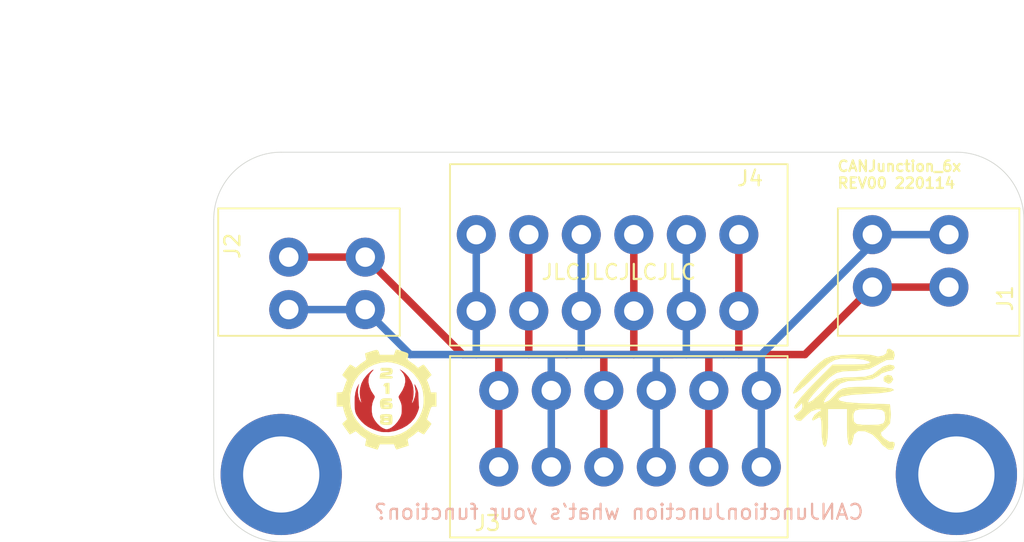
<source format=kicad_pcb>
(kicad_pcb (version 20171130) (host pcbnew "(5.1.12)-1")

  (general
    (thickness 1.6)
    (drawings 19)
    (tracks 55)
    (zones 0)
    (modules 10)
    (nets 3)
  )

  (page A4)
  (title_block
    (title CANJunction_6x)
    (date 2022-01-14)
    (rev 00)
  )

  (layers
    (0 F.Cu signal)
    (31 B.Cu signal)
    (32 B.Adhes user)
    (33 F.Adhes user)
    (34 B.Paste user)
    (35 F.Paste user)
    (36 B.SilkS user)
    (37 F.SilkS user)
    (38 B.Mask user)
    (39 F.Mask user)
    (40 Dwgs.User user)
    (41 Cmts.User user)
    (42 Eco1.User user)
    (43 Eco2.User user)
    (44 Edge.Cuts user)
    (45 Margin user)
    (46 B.CrtYd user)
    (47 F.CrtYd user)
    (48 B.Fab user)
    (49 F.Fab user hide)
  )

  (setup
    (last_trace_width 0.5)
    (trace_clearance 0.254)
    (zone_clearance 0.508)
    (zone_45_only no)
    (trace_min 0.2)
    (via_size 0.8)
    (via_drill 0.4)
    (via_min_size 0.4)
    (via_min_drill 0.3)
    (uvia_size 0.3)
    (uvia_drill 0.1)
    (uvias_allowed no)
    (uvia_min_size 0.2)
    (uvia_min_drill 0.1)
    (edge_width 0.05)
    (segment_width 0.2)
    (pcb_text_width 0.3)
    (pcb_text_size 1.5 1.5)
    (mod_edge_width 0.12)
    (mod_text_size 1 1)
    (mod_text_width 0.15)
    (pad_size 1.524 1.524)
    (pad_drill 0.762)
    (pad_to_mask_clearance 0)
    (aux_axis_origin 0 0)
    (visible_elements 7FFFFFFF)
    (pcbplotparams
      (layerselection 0x012fc_ffffffff)
      (usegerberextensions false)
      (usegerberattributes true)
      (usegerberadvancedattributes true)
      (creategerberjobfile true)
      (excludeedgelayer true)
      (linewidth 0.100000)
      (plotframeref false)
      (viasonmask false)
      (mode 1)
      (useauxorigin false)
      (hpglpennumber 1)
      (hpglpenspeed 20)
      (hpglpendiameter 15.000000)
      (psnegative false)
      (psa4output false)
      (plotreference true)
      (plotvalue true)
      (plotinvisibletext false)
      (padsonsilk false)
      (subtractmaskfromsilk false)
      (outputformat 1)
      (mirror false)
      (drillshape 0)
      (scaleselection 1)
      (outputdirectory "gerbers/"))
  )

  (net 0 "")
  (net 1 "Net-(J1-Pad2)")
  (net 2 "Net-(J1-Pad1)")

  (net_class Default "This is the default net class."
    (clearance 0.254)
    (trace_width 0.5)
    (via_dia 0.8)
    (via_drill 0.4)
    (uvia_dia 0.3)
    (uvia_drill 0.1)
    (diff_pair_width 0.254)
    (diff_pair_gap 0.254)
    (add_net "Net-(J1-Pad1)")
    (add_net "Net-(J1-Pad2)")
  )

  (module small_gear_footprints:tr_logo (layer F.Cu) (tedit 61E1CDF8) (tstamp 61E21F49)
    (at 132 96.5)
    (fp_text reference G*** (at 0 0) (layer F.SilkS) hide
      (effects (font (size 1.524 1.524) (thickness 0.3)))
    )
    (fp_text value LOGO (at 0.75 0) (layer F.SilkS) hide
      (effects (font (size 1.524 1.524) (thickness 0.3)))
    )
    (fp_poly (pts (xy 3.178453 -1.585366) (xy 3.291098 -1.341605) (xy 3.131829 -1.104625) (xy 2.963334 -1.058333)
      (xy 2.687333 -1.210726) (xy 2.654873 -1.255374) (xy 2.668621 -1.506294) (xy 2.923086 -1.640347)
      (xy 3.178453 -1.585366)) (layer F.SilkS) (width 0.01))
    (fp_poly (pts (xy 3.328489 -3.208806) (xy 3.386667 -2.950841) (xy 3.301627 -2.652401) (xy 3.154878 -2.65827)
      (xy 2.846998 -2.639577) (xy 2.392873 -2.407148) (xy 2.316782 -2.353262) (xy 1.684901 -2.033672)
      (xy 0.851363 -1.910018) (xy 0.582697 -1.905) (xy -0.032392 -1.885306) (xy -0.473253 -1.780681)
      (xy -0.879969 -1.522811) (xy -1.392628 -1.043379) (xy -1.5875 -0.846666) (xy -2.061952 -0.331767)
      (xy -2.34651 0.04471) (xy -2.386872 0.209578) (xy -2.372742 0.211667) (xy -2.096195 0.065139)
      (xy -1.663088 -0.310965) (xy -1.350652 -0.635) (xy -0.881347 -1.11961) (xy -0.487 -1.37213)
      (xy 0.007893 -1.467702) (xy 0.626824 -1.481666) (xy 1.412456 -1.520672) (xy 1.910154 -1.660707)
      (xy 2.2225 -1.905) (xy 2.614513 -2.197551) (xy 3.030883 -2.324812) (xy 3.326947 -2.260481)
      (xy 3.386667 -2.116666) (xy 3.210578 -1.941106) (xy 2.989251 -1.905) (xy 2.521579 -1.751267)
      (xy 2.328334 -1.5875) (xy 1.888208 -1.359662) (xy 1.079934 -1.270924) (xy 0.968105 -1.27)
      (xy 0.264951 -1.23427) (xy -0.215505 -1.073115) (xy -0.671555 -0.705587) (xy -0.846666 -0.529166)
      (xy -1.204792 -0.109234) (xy -1.339839 0.159254) (xy -1.289068 0.211667) (xy -0.975101 0.058495)
      (xy -0.602635 -0.310599) (xy -0.597183 -0.3175) (xy -0.359275 -0.577657) (xy -0.078374 -0.735119)
      (xy 0.351404 -0.815354) (xy 1.035944 -0.84383) (xy 1.602863 -0.846667) (xy 2.598779 -0.81623)
      (xy 3.179096 -0.738764) (xy 3.346087 -0.63503) (xy 3.102021 -0.525791) (xy 2.449171 -0.43181)
      (xy 1.551665 -0.378657) (xy 0.51839 -0.314325) (xy -0.128283 -0.204659) (xy -0.368041 -0.061714)
      (xy -0.27127 0.079132) (xy 0.154708 0.177493) (xy 0.949857 0.240936) (xy 1.308211 0.255786)
      (xy 3.069167 0.3175) (xy 3.133978 0.985083) (xy 3.076666 1.588805) (xy 2.763448 1.957591)
      (xy 2.464372 2.205433) (xy 2.506371 2.409814) (xy 2.715814 2.613387) (xy 3.058221 2.829536)
      (xy 3.245094 2.822684) (xy 3.363939 2.865503) (xy 3.386667 3.033889) (xy 3.26879 3.340623)
      (xy 2.970341 3.337979) (xy 2.574095 3.04803) (xy 2.328334 2.751667) (xy 1.892773 2.331801)
      (xy 1.39524 2.111019) (xy 0.95074 2.104546) (xy 0.67428 2.327606) (xy 0.635 2.527508)
      (xy 0.537805 2.932712) (xy 0.423334 3.069167) (xy 0.299724 2.956519) (xy 0.227423 2.466711)
      (xy 0.211667 1.917492) (xy 0.211667 1.164167) (xy 0.635 1.164167) (xy 0.669313 1.478222)
      (xy 0.844427 1.634897) (xy 1.268599 1.688321) (xy 1.693334 1.693334) (xy 2.321444 1.676177)
      (xy 2.634793 1.58862) (xy 2.741641 1.376534) (xy 2.751667 1.164167) (xy 2.717354 0.850112)
      (xy 2.54224 0.693437) (xy 2.118068 0.640013) (xy 1.693334 0.635) (xy 1.065223 0.652157)
      (xy 0.751874 0.739713) (xy 0.645026 0.9518) (xy 0.635 1.164167) (xy 0.211667 1.164167)
      (xy 0.211667 0.635) (xy -1.058333 0.635) (xy -1.058333 1.905) (xy -1.090466 2.581475)
      (xy -1.174409 3.040101) (xy -1.27 3.175) (xy -1.389505 2.984371) (xy -1.466255 2.495838)
      (xy -1.481666 2.090749) (xy -1.497147 1.4687) (xy -1.56243 1.196371) (xy -1.705782 1.200696)
      (xy -1.799166 1.27) (xy -2.063737 1.405) (xy -2.116666 1.306435) (xy -1.954528 1.024493)
      (xy -1.74625 0.863621) (xy -1.493472 0.694568) (xy -1.61986 0.645535) (xy -1.765238 0.641437)
      (xy -2.177077 0.790619) (xy -2.543963 1.11125) (xy -2.869228 1.421398) (xy -3.119945 1.394665)
      (xy -3.19537 1.329856) (xy -3.33112 1.090435) (xy -3.104561 0.936793) (xy -2.803063 0.650303)
      (xy -2.754908 0.453604) (xy -2.789938 0.225436) (xy -2.937001 0.388863) (xy -2.955065 0.417204)
      (xy -3.193911 0.606137) (xy -3.31039 0.570166) (xy -3.241794 0.361606) (xy -2.92589 -0.065481)
      (xy -2.42103 -0.636739) (xy -2.11093 -0.958288) (xy -0.753063 -2.328333) (xy 0.628885 -2.331574)
      (xy 1.376751 -2.353889) (xy 1.727038 -2.419485) (xy 1.703742 -2.533062) (xy 1.693334 -2.54)
      (xy 1.303188 -2.661443) (xy 0.67339 -2.736765) (xy 0.323195 -2.748425) (xy -0.199806 -2.733209)
      (xy -0.601361 -2.644318) (xy -0.988687 -2.422607) (xy -1.469 -2.008934) (xy -2.058055 -1.434865)
      (xy -2.648787 -0.881851) (xy -3.10156 -0.520606) (xy -3.354455 -0.39765) (xy -3.386666 -0.436678)
      (xy -3.243567 -0.73265) (xy -2.866519 -1.215217) (xy -2.333896 -1.785202) (xy -2.275416 -1.842875)
      (xy -1.689408 -2.401724) (xy -1.251702 -2.73078) (xy -0.808906 -2.897222) (xy -0.20763 -2.96823)
      (xy 0.356871 -2.995718) (xy 1.120818 -3.010689) (xy 1.708418 -2.989007) (xy 2.001768 -2.935408)
      (xy 2.009544 -2.929345) (xy 2.276407 -2.858369) (xy 2.618477 -2.933649) (xy 2.842766 -3.092703)
      (xy 2.842628 -3.199064) (xy 2.904588 -3.36021) (xy 3.056675 -3.386666) (xy 3.328489 -3.208806)) (layer F.SilkS) (width 0.01))
  )

  (module small_gear_footprints:gear_small_wings-f.mask (layer F.Cu) (tedit 5C26F9FC) (tstamp 61E21C88)
    (at 101.5 96.5)
    (fp_text reference Wings (at 0 0) (layer F.SilkS) hide
      (effects (font (size 1.524 1.524) (thickness 0.3)))
    )
    (fp_text value LOGO (at 7.62 0) (layer F.SilkS) hide
      (effects (font (size 1.524 1.524) (thickness 0.3)))
    )
    (fp_poly (pts (xy 1.037167 -1.928825) (xy 1.274694 -1.742766) (xy 1.489016 -1.495419) (xy 1.662353 -1.209989)
      (xy 1.75048 -0.997876) (xy 1.795452 -0.796396) (xy 1.816737 -0.553272) (xy 1.814147 -0.301995)
      (xy 1.787493 -0.076054) (xy 1.756381 0.043614) (xy 1.71636 0.177972) (xy 1.713157 0.238159)
      (xy 1.741469 0.221689) (xy 1.795994 0.126079) (xy 1.820251 0.073545) (xy 1.928344 -0.241119)
      (xy 1.960796 -0.529977) (xy 1.927994 -0.769637) (xy 1.898676 -0.896475) (xy 1.884802 -0.985557)
      (xy 1.886695 -1.011806) (xy 1.911643 -0.985712) (xy 1.96042 -0.900844) (xy 2.020807 -0.77903)
      (xy 2.073786 -0.656704) (xy 2.108747 -0.544237) (xy 2.129901 -0.417367) (xy 2.141456 -0.251828)
      (xy 2.147104 -0.050998) (xy 2.152695 0.143359) (xy 2.160802 0.306497) (xy 2.17028 0.419807)
      (xy 2.178768 0.463404) (xy 2.183045 0.535225) (xy 2.153784 0.660048) (xy 2.099066 0.817145)
      (xy 2.026972 0.985786) (xy 1.945581 1.145241) (xy 1.862973 1.274782) (xy 1.861989 1.276095)
      (xy 1.632649 1.536323) (xy 1.366618 1.746951) (xy 1.040471 1.926494) (xy 1.037167 1.928037)
      (xy 0.60381 2.091618) (xy 0.183865 2.172195) (xy -0.221893 2.16964) (xy -0.328059 2.154825)
      (xy -0.558888 2.098087) (xy -0.822725 2.005192) (xy -1.084066 1.889733) (xy -1.244417 1.803993)
      (xy -1.448846 1.65653) (xy -1.655387 1.460756) (xy -1.838267 1.244148) (xy -1.97171 1.03418)
      (xy -1.977549 1.022462) (xy -2.027053 0.913581) (xy -2.060863 0.812053) (xy -2.082544 0.696593)
      (xy -2.095662 0.545916) (xy -2.103783 0.338736) (xy -2.10593 0.25618) (xy -2.098791 -0.143341)
      (xy -2.054882 -0.475758) (xy -1.972295 -0.751119) (xy -1.880685 -0.931333) (xy -1.815027 -1.037167)
      (xy -1.844559 -0.931333) (xy -1.885673 -0.694354) (xy -1.88822 -0.44058) (xy -1.85529 -0.195342)
      (xy -1.789971 0.016027) (xy -1.712909 0.148167) (xy -1.644088 0.232833) (xy -1.672507 0.148167)
      (xy -1.740915 -0.145277) (xy -1.764396 -0.460908) (xy -1.740368 -0.74933) (xy -1.653067 -1.068793)
      (xy -1.510249 -1.352637) (xy -1.300208 -1.622005) (xy -1.200214 -1.725084) (xy -1.077148 -1.839727)
      (xy -0.973726 -1.92546) (xy -0.898509 -1.977827) (xy -0.860056 -1.992374) (xy -0.866927 -1.964647)
      (xy -0.927682 -1.890192) (xy -0.970795 -1.844463) (xy -1.110361 -1.642295) (xy -1.182362 -1.401746)
      (xy -1.187631 -1.134335) (xy -1.126998 -0.851584) (xy -1.001297 -0.565014) (xy -0.862998 -0.352075)
      (xy -0.798211 -0.262352) (xy -0.771017 -0.196895) (xy -0.780965 -0.126103) (xy -0.827604 -0.020373)
      (xy -0.857031 0.039551) (xy -0.930656 0.257496) (xy -0.968254 0.51813) (xy -0.968867 0.788849)
      (xy -0.931538 1.037046) (xy -0.890018 1.162783) (xy -0.766904 1.389549) (xy -0.606887 1.597988)
      (xy -0.424907 1.774694) (xy -0.235901 1.906261) (xy -0.054808 1.979283) (xy 0.03138 1.989667)
      (xy 0.196585 1.952815) (xy 0.379808 1.850828) (xy 0.566104 1.696556) (xy 0.740526 1.502848)
      (xy 0.888129 1.282556) (xy 0.917642 1.227667) (xy 0.981592 1.088717) (xy 1.017959 0.961973)
      (xy 1.033964 0.812849) (xy 1.03696 0.656167) (xy 1.031247 0.457732) (xy 1.008985 0.306222)
      (xy 0.962779 0.164391) (xy 0.920092 0.067605) (xy 0.858337 -0.068626) (xy 0.830482 -0.153466)
      (xy 0.833566 -0.211745) (xy 0.864627 -0.268293) (xy 0.877793 -0.287001) (xy 1.088179 -0.620908)
      (xy 1.220721 -0.925843) (xy 1.275742 -1.205369) (xy 1.253563 -1.463049) (xy 1.154506 -1.702448)
      (xy 1.02175 -1.881388) (xy 0.910167 -2.005943) (xy 1.037167 -1.928825)) (layer F.Mask) (width 0.01))
  )

  (module small_gear_footprints:gear_small_wings-cu (layer F.Cu) (tedit 5C26F97C) (tstamp 61E21C67)
    (at 101.5 96.5)
    (fp_text reference Wings (at 0 0) (layer F.SilkS) hide
      (effects (font (size 1.524 1.524) (thickness 0.3)))
    )
    (fp_text value LOGO (at 7.62 0) (layer F.SilkS) hide
      (effects (font (size 1.524 1.524) (thickness 0.3)))
    )
    (fp_poly (pts (xy 1.037167 -1.928825) (xy 1.274694 -1.742766) (xy 1.489016 -1.495419) (xy 1.662353 -1.209989)
      (xy 1.75048 -0.997876) (xy 1.795452 -0.796396) (xy 1.816737 -0.553272) (xy 1.814147 -0.301995)
      (xy 1.787493 -0.076054) (xy 1.756381 0.043614) (xy 1.71636 0.177972) (xy 1.713157 0.238159)
      (xy 1.741469 0.221689) (xy 1.795994 0.126079) (xy 1.820251 0.073545) (xy 1.928344 -0.241119)
      (xy 1.960796 -0.529977) (xy 1.927994 -0.769637) (xy 1.898676 -0.896475) (xy 1.884802 -0.985557)
      (xy 1.886695 -1.011806) (xy 1.911643 -0.985712) (xy 1.96042 -0.900844) (xy 2.020807 -0.77903)
      (xy 2.073786 -0.656704) (xy 2.108747 -0.544237) (xy 2.129901 -0.417367) (xy 2.141456 -0.251828)
      (xy 2.147104 -0.050998) (xy 2.152695 0.143359) (xy 2.160802 0.306497) (xy 2.17028 0.419807)
      (xy 2.178768 0.463404) (xy 2.183045 0.535225) (xy 2.153784 0.660048) (xy 2.099066 0.817145)
      (xy 2.026972 0.985786) (xy 1.945581 1.145241) (xy 1.862973 1.274782) (xy 1.861989 1.276095)
      (xy 1.632649 1.536323) (xy 1.366618 1.746951) (xy 1.040471 1.926494) (xy 1.037167 1.928037)
      (xy 0.60381 2.091618) (xy 0.183865 2.172195) (xy -0.221893 2.16964) (xy -0.328059 2.154825)
      (xy -0.558888 2.098087) (xy -0.822725 2.005192) (xy -1.084066 1.889733) (xy -1.244417 1.803993)
      (xy -1.448846 1.65653) (xy -1.655387 1.460756) (xy -1.838267 1.244148) (xy -1.97171 1.03418)
      (xy -1.977549 1.022462) (xy -2.027053 0.913581) (xy -2.060863 0.812053) (xy -2.082544 0.696593)
      (xy -2.095662 0.545916) (xy -2.103783 0.338736) (xy -2.10593 0.25618) (xy -2.098791 -0.143341)
      (xy -2.054882 -0.475758) (xy -1.972295 -0.751119) (xy -1.880685 -0.931333) (xy -1.815027 -1.037167)
      (xy -1.844559 -0.931333) (xy -1.885673 -0.694354) (xy -1.88822 -0.44058) (xy -1.85529 -0.195342)
      (xy -1.789971 0.016027) (xy -1.712909 0.148167) (xy -1.644088 0.232833) (xy -1.672507 0.148167)
      (xy -1.740915 -0.145277) (xy -1.764396 -0.460908) (xy -1.740368 -0.74933) (xy -1.653067 -1.068793)
      (xy -1.510249 -1.352637) (xy -1.300208 -1.622005) (xy -1.200214 -1.725084) (xy -1.077148 -1.839727)
      (xy -0.973726 -1.92546) (xy -0.898509 -1.977827) (xy -0.860056 -1.992374) (xy -0.866927 -1.964647)
      (xy -0.927682 -1.890192) (xy -0.970795 -1.844463) (xy -1.110361 -1.642295) (xy -1.182362 -1.401746)
      (xy -1.187631 -1.134335) (xy -1.126998 -0.851584) (xy -1.001297 -0.565014) (xy -0.862998 -0.352075)
      (xy -0.798211 -0.262352) (xy -0.771017 -0.196895) (xy -0.780965 -0.126103) (xy -0.827604 -0.020373)
      (xy -0.857031 0.039551) (xy -0.930656 0.257496) (xy -0.968254 0.51813) (xy -0.968867 0.788849)
      (xy -0.931538 1.037046) (xy -0.890018 1.162783) (xy -0.766904 1.389549) (xy -0.606887 1.597988)
      (xy -0.424907 1.774694) (xy -0.235901 1.906261) (xy -0.054808 1.979283) (xy 0.03138 1.989667)
      (xy 0.196585 1.952815) (xy 0.379808 1.850828) (xy 0.566104 1.696556) (xy 0.740526 1.502848)
      (xy 0.888129 1.282556) (xy 0.917642 1.227667) (xy 0.981592 1.088717) (xy 1.017959 0.961973)
      (xy 1.033964 0.812849) (xy 1.03696 0.656167) (xy 1.031247 0.457732) (xy 1.008985 0.306222)
      (xy 0.962779 0.164391) (xy 0.920092 0.067605) (xy 0.858337 -0.068626) (xy 0.830482 -0.153466)
      (xy 0.833566 -0.211745) (xy 0.864627 -0.268293) (xy 0.877793 -0.287001) (xy 1.088179 -0.620908)
      (xy 1.220721 -0.925843) (xy 1.275742 -1.205369) (xy 1.253563 -1.463049) (xy 1.154506 -1.702448)
      (xy 1.02175 -1.881388) (xy 0.910167 -2.005943) (xy 1.037167 -1.928825)) (layer F.Cu) (width 0.01))
  )

  (module small_gear_footprints:gear_small_number (layer F.Cu) (tedit 0) (tstamp 61E21AEF)
    (at 101.5 96.5)
    (fp_text reference G*** (at 0 0) (layer F.SilkS) hide
      (effects (font (size 1.524 1.524) (thickness 0.3)))
    )
    (fp_text value LOGO (at 0.75 0) (layer F.SilkS) hide
      (effects (font (size 1.524 1.524) (thickness 0.3)))
    )
    (fp_poly (pts (xy 0.172979 -2.111339) (xy 0.305443 -2.090519) (xy 0.381877 -2.046949) (xy 0.416398 -1.973374)
      (xy 0.423333 -1.883834) (xy 0.40039 -1.750362) (xy 0.324099 -1.674994) (xy 0.183267 -1.647196)
      (xy 0.17145 -1.64678) (xy 0.034982 -1.633956) (xy -0.083712 -1.608971) (xy -0.084667 -1.608667)
      (xy -0.115738 -1.590541) (xy -0.072204 -1.578531) (xy 0.050135 -1.571842) (xy 0.116417 -1.570553)
      (xy 0.275603 -1.56615) (xy 0.367927 -1.554965) (xy 0.411173 -1.531848) (xy 0.423131 -1.491647)
      (xy 0.423333 -1.481667) (xy 0.417523 -1.443132) (xy 0.389876 -1.418463) (xy 0.325069 -1.404596)
      (xy 0.207775 -1.398466) (xy 0.022672 -1.397007) (xy 0 -1.397) (xy -0.423333 -1.397)
      (xy -0.422685 -1.534583) (xy -0.410446 -1.663784) (xy -0.36432 -1.74384) (xy -0.267958 -1.788276)
      (xy -0.10501 -1.810614) (xy -0.087354 -1.811943) (xy 0.052464 -1.827456) (xy 0.155062 -1.848909)
      (xy 0.193675 -1.867804) (xy 0.172362 -1.894033) (xy 0.071931 -1.908254) (xy -0.102866 -1.910033)
      (xy -0.22225 -1.905865) (xy -0.326498 -1.907075) (xy -0.371236 -1.934331) (xy -0.380991 -2.003347)
      (xy -0.381 -2.007596) (xy -0.377927 -2.060908) (xy -0.357395 -2.093204) (xy -0.302439 -2.109751)
      (xy -0.196092 -2.115817) (xy -0.029633 -2.116667) (xy 0.172979 -2.111339)) (layer F.SilkS) (width 0.01))
    (fp_poly (pts (xy 0.211667 -0.381) (xy -0.042333 -0.381) (xy -0.042333 -0.635) (xy -0.045471 -0.77696)
      (xy -0.059129 -0.85367) (xy -0.089677 -0.884443) (xy -0.126093 -0.889) (xy -0.182032 -0.898611)
      (xy -0.182928 -0.94354) (xy -0.161631 -0.994833) (xy -0.110978 -1.067463) (xy -0.028441 -1.096982)
      (xy 0.049128 -1.100667) (xy 0.211667 -1.100667) (xy 0.211667 -0.381)) (layer F.SilkS) (width 0.01))
    (fp_poly (pts (xy 0.224994 -0.083348) (xy 0.319658 -0.075428) (xy 0.365326 -0.054962) (xy 0.379833 -0.016006)
      (xy 0.381 0.021167) (xy 0.376155 0.077353) (xy 0.349109 0.109584) (xy 0.281091 0.125191)
      (xy 0.153332 0.131505) (xy 0.09525 0.132792) (xy -0.1905 0.138584) (xy 0.078434 0.169083)
      (xy 0.231897 0.194829) (xy 0.342885 0.229621) (xy 0.384702 0.258541) (xy 0.418302 0.364764)
      (xy 0.414997 0.487025) (xy 0.376483 0.579983) (xy 0.372533 0.5842) (xy 0.305077 0.60979)
      (xy 0.180785 0.626453) (xy 0.027063 0.633733) (xy -0.128684 0.631178) (xy -0.259049 0.618334)
      (xy -0.334861 0.595915) (xy -0.374012 0.531631) (xy -0.400259 0.423333) (xy -0.169333 0.423333)
      (xy -0.131496 0.44858) (xy -0.035765 0.463724) (xy 0.021167 0.465667) (xy 0.134776 0.457258)
      (xy 0.202925 0.435985) (xy 0.211667 0.423333) (xy 0.173829 0.398087) (xy 0.078098 0.382942)
      (xy 0.021167 0.381) (xy -0.092443 0.389408) (xy -0.160592 0.410682) (xy -0.169333 0.423333)
      (xy -0.400259 0.423333) (xy -0.40405 0.407691) (xy -0.413785 0.326237) (xy -0.41986 0.181286)
      (xy -0.403583 0.089366) (xy -0.35836 0.02032) (xy -0.343508 0.004841) (xy -0.28214 -0.042865)
      (xy -0.201603 -0.070228) (xy -0.078464 -0.082401) (xy 0.0635 -0.084667) (xy 0.224994 -0.083348)) (layer F.SilkS) (width 0.01))
    (fp_poly (pts (xy 0.136333 0.977038) (xy 0.271734 0.991478) (xy 0.357893 1.016288) (xy 0.37092 1.026583)
      (xy 0.396592 1.102039) (xy 0.410818 1.229893) (xy 0.413524 1.379208) (xy 0.404632 1.519049)
      (xy 0.384067 1.618479) (xy 0.372433 1.640155) (xy 0.301733 1.673129) (xy 0.174781 1.691519)
      (xy 0.018639 1.695821) (xy -0.139632 1.686532) (xy -0.27297 1.664145) (xy -0.354315 1.629157)
      (xy -0.35681 1.626809) (xy -0.411809 1.534191) (xy -0.417774 1.442932) (xy -0.193033 1.442932)
      (xy -0.187786 1.490968) (xy -0.182294 1.496929) (xy -0.118088 1.51808) (xy -0.010719 1.522783)
      (xy 0.099885 1.510857) (xy 0.144461 1.498397) (xy 0.194687 1.461839) (xy 0.172646 1.427233)
      (xy 0.090479 1.403103) (xy 0 1.397) (xy -0.126635 1.409525) (xy -0.193033 1.442932)
      (xy -0.417774 1.442932) (xy -0.418164 1.436975) (xy -0.377312 1.373553) (xy -0.354184 1.331288)
      (xy -0.377312 1.299088) (xy -0.418671 1.206935) (xy -0.4173 1.185333) (xy -0.169333 1.185333)
      (xy -0.131777 1.211842) (xy -0.037958 1.226587) (xy 0 1.227667) (xy 0.106037 1.218277)
      (xy 0.165015 1.194823) (xy 0.169333 1.185333) (xy 0.131777 1.158824) (xy 0.037957 1.144079)
      (xy 0 1.143) (xy -0.106037 1.152389) (xy -0.165016 1.175844) (xy -0.169333 1.185333)
      (xy -0.4173 1.185333) (xy -0.411549 1.094782) (xy -0.372533 1.024467) (xy -0.302742 0.996681)
      (xy -0.177162 0.979564) (xy -0.022052 0.973041) (xy 0.136333 0.977038)) (layer F.SilkS) (width 0.01))
  )

  (module small_gear_footprints:gear_small_gear (layer F.Cu) (tedit 0) (tstamp 61E21A46)
    (at 101.5 96.5)
    (fp_text reference G*** (at 0 0) (layer F.SilkS) hide
      (effects (font (size 1.524 1.524) (thickness 0.3)))
    )
    (fp_text value LOGO (at 0.75 0) (layer F.SilkS) hide
      (effects (font (size 1.524 1.524) (thickness 0.3)))
    )
    (fp_poly (pts (xy 0.695127 -3.326481) (xy 0.801935 -3.298989) (xy 0.95383 -3.254495) (xy 1.078633 -3.215461)
      (xy 1.26697 -3.15542) (xy 1.387544 -3.109595) (xy 1.451774 -3.062227) (xy 1.471079 -2.997557)
      (xy 1.456881 -2.899827) (xy 1.420597 -2.753278) (xy 1.418809 -2.746022) (xy 1.415521 -2.680634)
      (xy 1.452582 -2.622408) (xy 1.544883 -2.552361) (xy 1.59668 -2.519231) (xy 1.748482 -2.415682)
      (xy 1.900524 -2.298753) (xy 1.958363 -2.249318) (xy 2.11756 -2.106007) (xy 2.285539 -2.21717)
      (xy 2.390997 -2.282497) (xy 2.467387 -2.321729) (xy 2.486176 -2.326938) (xy 2.52349 -2.2943)
      (xy 2.597746 -2.207497) (xy 2.696734 -2.081306) (xy 2.768232 -1.985599) (xy 3.01763 -1.645655)
      (xy 2.857236 -1.481396) (xy 2.696841 -1.317137) (xy 2.782589 -1.113652) (xy 2.845823 -0.942724)
      (xy 2.903432 -0.753534) (xy 2.920057 -0.687917) (xy 2.971778 -0.465667) (xy 3.344333 -0.465667)
      (xy 3.344333 0.465667) (xy 3.174092 0.465667) (xy 3.05628 0.475364) (xy 2.993975 0.513076)
      (xy 2.969273 0.560917) (xy 2.939863 0.644803) (xy 2.892514 0.782859) (xy 2.836167 0.948967)
      (xy 2.820707 0.994833) (xy 2.706719 1.3335) (xy 2.856193 1.464986) (xy 2.944497 1.548045)
      (xy 2.998153 1.608891) (xy 3.005667 1.624145) (xy 2.982694 1.664727) (xy 2.922037 1.75597)
      (xy 2.836091 1.880265) (xy 2.73725 2.020003) (xy 2.637906 2.157576) (xy 2.550454 2.275375)
      (xy 2.513854 2.322893) (xy 2.47387 2.31241) (xy 2.384746 2.26851) (xy 2.313039 2.228179)
      (xy 2.124587 2.117739) (xy 1.919543 2.288636) (xy 1.778938 2.398691) (xy 1.635023 2.500281)
      (xy 1.554485 2.550605) (xy 1.449862 2.625896) (xy 1.414761 2.68975) (xy 1.416993 2.700374)
      (xy 1.438495 2.77987) (xy 1.461571 2.897479) (xy 1.464408 2.914732) (xy 1.4893 3.070396)
      (xy 1.115066 3.191935) (xy 0.946178 3.247013) (xy 0.80655 3.292973) (xy 0.71674 3.323027)
      (xy 0.69704 3.329932) (xy 0.658091 3.304154) (xy 0.609565 3.22001) (xy 0.587272 3.165445)
      (xy 0.521298 2.9845) (xy -0.436632 2.9845) (xy -0.502231 3.164417) (xy -0.54592 3.270832)
      (xy -0.580946 3.332972) (xy -0.590832 3.339906) (xy -0.638517 3.325878) (xy -0.748232 3.291707)
      (xy -0.901419 3.243209) (xy -1.01012 3.208486) (xy -1.406407 3.081492) (xy -1.380629 2.92028)
      (xy -1.357351 2.797432) (xy -1.333525 2.704296) (xy -1.33008 2.694519) (xy -1.343691 2.633205)
      (xy -1.434039 2.564964) (xy -1.467572 2.546996) (xy -1.590624 2.471634) (xy -1.736095 2.365205)
      (xy -1.831207 2.286491) (xy -2.03258 2.108961) (xy -2.226113 2.222379) (xy -2.335977 2.283144)
      (xy -2.411381 2.318032) (xy -2.431368 2.321482) (xy -2.500262 2.232557) (xy -2.590392 2.10989)
      (xy -2.689138 1.971522) (xy -2.783881 1.835491) (xy -2.862003 1.719838) (xy -2.910885 1.642602)
      (xy -2.921002 1.621503) (xy -2.89122 1.576584) (xy -2.815533 1.500799) (xy -2.764839 1.456387)
      (xy -2.608673 1.325275) (xy -2.696172 1.117721) (xy -2.760649 0.943791) (xy -2.818961 0.752729)
      (xy -2.835391 0.687917) (xy -2.887112 0.465667) (xy -3.302 0.465667) (xy -3.302 0.120904)
      (xy -2.414382 0.120904) (xy -2.363773 0.532473) (xy -2.345894 0.607723) (xy -2.197085 1.01957)
      (xy -1.976417 1.397093) (xy -1.69276 1.731497) (xy -1.354981 2.013986) (xy -0.971949 2.235764)
      (xy -0.552531 2.388034) (xy -0.550333 2.388612) (xy -0.314399 2.430394) (xy -0.033639 2.449601)
      (xy 0.254986 2.445547) (xy 0.514512 2.417547) (xy 0.558833 2.409186) (xy 0.955861 2.28599)
      (xy 1.332976 2.089124) (xy 1.67627 1.829371) (xy 1.971837 1.517513) (xy 2.205769 1.164334)
      (xy 2.233552 1.110721) (xy 2.361227 0.826006) (xy 2.442765 0.562146) (xy 2.484336 0.288706)
      (xy 2.492113 -0.024747) (xy 2.488195 -0.144942) (xy 2.438216 -0.57656) (xy 2.324095 -0.962895)
      (xy 2.139758 -1.317565) (xy 1.879132 -1.654188) (xy 1.759083 -1.779952) (xy 1.45899 -2.027047)
      (xy 1.106028 -2.231452) (xy 0.722751 -2.383795) (xy 0.33171 -2.474705) (xy 0.033535 -2.496932)
      (xy -0.38439 -2.454312) (xy -0.793764 -2.33523) (xy -1.181682 -2.147776) (xy -1.535238 -1.900042)
      (xy -1.841527 -1.600119) (xy -2.087645 -1.2561) (xy -2.159612 -1.121833) (xy -2.309831 -0.729182)
      (xy -2.395578 -0.307292) (xy -2.414382 0.120904) (xy -3.302 0.120904) (xy -3.302 -0.461028)
      (xy -3.100917 -0.473931) (xy -2.978452 -0.485743) (xy -2.911892 -0.515815) (xy -2.872593 -0.586894)
      (xy -2.844779 -0.677333) (xy -2.795906 -0.831342) (xy -2.733256 -1.009692) (xy -2.700372 -1.096782)
      (xy -2.611019 -1.32573) (xy -2.76601 -1.467768) (xy -2.855353 -1.553983) (xy -2.911361 -1.616376)
      (xy -2.921 -1.633369) (xy -2.897282 -1.680593) (xy -2.835045 -1.774648) (xy -2.747667 -1.897615)
      (xy -2.648525 -2.031576) (xy -2.550999 -2.158614) (xy -2.468465 -2.26081) (xy -2.414301 -2.320247)
      (xy -2.402131 -2.328333) (xy -2.349853 -2.306742) (xy -2.255151 -2.251978) (xy -2.200873 -2.21717)
      (xy -2.032894 -2.106007) (xy -1.868389 -2.254628) (xy -1.727101 -2.369199) (xy -1.565095 -2.482652)
      (xy -1.505671 -2.519409) (xy -1.376659 -2.6087) (xy -1.328921 -2.677958) (xy -1.331154 -2.697319)
      (xy -1.353216 -2.778359) (xy -1.376972 -2.89824) (xy -1.380772 -2.921175) (xy -1.406693 -3.083281)
      (xy -1.010263 -3.210748) (xy -0.814615 -3.271181) (xy -0.68249 -3.300846) (xy -0.597492 -3.296929)
      (xy -0.543223 -3.256613) (xy -0.503288 -3.177083) (xy -0.483057 -3.120218) (xy -0.436946 -2.9845)
      (xy 0.520646 -2.9845) (xy 0.57817 -3.150652) (xy 0.617395 -3.257589) (xy 0.645924 -3.324077)
      (xy 0.651047 -3.332158) (xy 0.695127 -3.326481)) (layer F.SilkS) (width 0.01))
  )

  (module _canjunction:mounting_holes (layer F.Cu) (tedit 61E1B0CA) (tstamp 61E21561)
    (at 94.5 101.5)
    (path /61E2B3EA)
    (fp_text reference H1 (at 0 0.5) (layer F.SilkS) hide
      (effects (font (size 1 1) (thickness 0.15)))
    )
    (fp_text value Mechanical_MountingHole (at 0 -0.5) (layer F.Fab)
      (effects (font (size 1 1) (thickness 0.15)))
    )
    (pad "" thru_hole circle (at 45 0) (size 8.08 8.08) (drill 5.08) (layers *.Cu *.Mask))
    (pad "" thru_hole circle (at 0 0) (size 8.08 8.08) (drill 5.08) (layers *.Cu *.Mask))
  )

  (module _canjunction:TerminalBlock_Spring_6Pos_3.5mm (layer F.Cu) (tedit 61E1B040) (tstamp 61E21671)
    (at 125 85.5 180)
    (path /61E1C4DD)
    (fp_text reference J4 (at -0.75 3.75) (layer F.SilkS)
      (effects (font (size 1 1) (thickness 0.15)))
    )
    (fp_text value Connector_Screw_Terminal_01x06 (at 0 -0.5) (layer F.Fab)
      (effects (font (size 1 1) (thickness 0.15)))
    )
    (fp_line (start -3.25 -7.4) (end -3.25 4.7) (layer F.SilkS) (width 0.12))
    (fp_line (start 19.25 4.7) (end 19.25 -7.4) (layer F.SilkS) (width 0.12))
    (fp_line (start -3.25 -7.4) (end 19.25 -7.4) (layer F.SilkS) (width 0.12))
    (fp_line (start -3.25 4.7) (end 19.25 4.7) (layer F.SilkS) (width 0.12))
    (pad 5 thru_hole circle (at 14 0 180) (size 2.6 2.6) (drill 1.3) (layers *.Cu *.Mask)
      (net 2 "Net-(J1-Pad1)"))
    (pad 6 thru_hole circle (at 17.5 0 180) (size 2.6 2.6) (drill 1.3) (layers *.Cu *.Mask)
      (net 1 "Net-(J1-Pad2)"))
    (pad 3 thru_hole circle (at 7 0 180) (size 2.6 2.6) (drill 1.3) (layers *.Cu *.Mask)
      (net 2 "Net-(J1-Pad1)"))
    (pad 4 thru_hole circle (at 10.5 0 180) (size 2.6 2.6) (drill 1.3) (layers *.Cu *.Mask)
      (net 1 "Net-(J1-Pad2)"))
    (pad 5 thru_hole circle (at 14 -5.1 180) (size 2.6 2.6) (drill 1.3) (layers *.Cu *.Mask)
      (net 2 "Net-(J1-Pad1)"))
    (pad 6 thru_hole circle (at 17.5 -5.1 180) (size 2.6 2.6) (drill 1.3) (layers *.Cu *.Mask)
      (net 1 "Net-(J1-Pad2)"))
    (pad 4 thru_hole circle (at 10.5 -5.1 180) (size 2.6 2.6) (drill 1.3) (layers *.Cu *.Mask)
      (net 1 "Net-(J1-Pad2)"))
    (pad 3 thru_hole circle (at 7 -5.1 180) (size 2.6 2.6) (drill 1.3) (layers *.Cu *.Mask)
      (net 2 "Net-(J1-Pad1)"))
    (pad 2 thru_hole circle (at 3.5 -5.1 180) (size 2.6 2.6) (drill 1.3) (layers *.Cu *.Mask)
      (net 1 "Net-(J1-Pad2)"))
    (pad 1 thru_hole circle (at 0 -5.1 180) (size 2.6 2.6) (drill 1.3) (layers *.Cu *.Mask)
      (net 2 "Net-(J1-Pad1)"))
    (pad 2 thru_hole circle (at 3.5 0 180) (size 2.6 2.6) (drill 1.3) (layers *.Cu *.Mask)
      (net 1 "Net-(J1-Pad2)"))
    (pad 1 thru_hole circle (at 0 0 180) (size 2.6 2.6) (drill 1.3) (layers *.Cu *.Mask)
      (net 2 "Net-(J1-Pad1)"))
    (model ${KIPRJMOD}/_canjunction.pretty/pxc_1984963_04_PTSA-1-5-2-3-5-F_3D.stp
      (offset (xyz -3.25 7.25 0))
      (scale (xyz 1 1 1))
      (rotate (xyz -90 0 90))
    )
    (model ${KIPRJMOD}/_canjunction.pretty/pxc_1984963_04_PTSA-1-5-2-3-5-F_3D.stp
      (offset (xyz 3.8 7.25 0))
      (scale (xyz 1 1 1))
      (rotate (xyz -90 0 90))
    )
    (model ${KIPRJMOD}/_canjunction.pretty/pxc_1984963_04_PTSA-1-5-2-3-5-F_3D.stp
      (offset (xyz 10.75 7.25 0))
      (scale (xyz 1 1 1))
      (rotate (xyz -90 0 90))
    )
  )

  (module _canjunction:TerminalBlock_Spring_6Pos_3.5mm (layer F.Cu) (tedit 61E1B040) (tstamp 61E1AEEE)
    (at 109 101)
    (path /61E2490B)
    (fp_text reference J3 (at -0.75 3.75) (layer F.SilkS)
      (effects (font (size 1 1) (thickness 0.15)))
    )
    (fp_text value Connector_Screw_Terminal_01x06 (at 0 -0.5) (layer F.Fab)
      (effects (font (size 1 1) (thickness 0.15)))
    )
    (fp_line (start -3.25 -7.4) (end -3.25 4.7) (layer F.SilkS) (width 0.12))
    (fp_line (start 19.25 4.7) (end 19.25 -7.4) (layer F.SilkS) (width 0.12))
    (fp_line (start -3.25 -7.4) (end 19.25 -7.4) (layer F.SilkS) (width 0.12))
    (fp_line (start -3.25 4.7) (end 19.25 4.7) (layer F.SilkS) (width 0.12))
    (pad 5 thru_hole circle (at 14 0) (size 2.6 2.6) (drill 1.3) (layers *.Cu *.Mask)
      (net 2 "Net-(J1-Pad1)"))
    (pad 6 thru_hole circle (at 17.5 0) (size 2.6 2.6) (drill 1.3) (layers *.Cu *.Mask)
      (net 1 "Net-(J1-Pad2)"))
    (pad 3 thru_hole circle (at 7 0) (size 2.6 2.6) (drill 1.3) (layers *.Cu *.Mask)
      (net 2 "Net-(J1-Pad1)"))
    (pad 4 thru_hole circle (at 10.5 0) (size 2.6 2.6) (drill 1.3) (layers *.Cu *.Mask)
      (net 1 "Net-(J1-Pad2)"))
    (pad 5 thru_hole circle (at 14 -5.1) (size 2.6 2.6) (drill 1.3) (layers *.Cu *.Mask)
      (net 2 "Net-(J1-Pad1)"))
    (pad 6 thru_hole circle (at 17.5 -5.1) (size 2.6 2.6) (drill 1.3) (layers *.Cu *.Mask)
      (net 1 "Net-(J1-Pad2)"))
    (pad 4 thru_hole circle (at 10.5 -5.1) (size 2.6 2.6) (drill 1.3) (layers *.Cu *.Mask)
      (net 1 "Net-(J1-Pad2)"))
    (pad 3 thru_hole circle (at 7 -5.1) (size 2.6 2.6) (drill 1.3) (layers *.Cu *.Mask)
      (net 2 "Net-(J1-Pad1)"))
    (pad 2 thru_hole circle (at 3.5 -5.1) (size 2.6 2.6) (drill 1.3) (layers *.Cu *.Mask)
      (net 1 "Net-(J1-Pad2)"))
    (pad 1 thru_hole circle (at 0 -5.1) (size 2.6 2.6) (drill 1.3) (layers *.Cu *.Mask)
      (net 2 "Net-(J1-Pad1)"))
    (pad 2 thru_hole circle (at 3.5 0) (size 2.6 2.6) (drill 1.3) (layers *.Cu *.Mask)
      (net 1 "Net-(J1-Pad2)"))
    (pad 1 thru_hole circle (at 0 0) (size 2.6 2.6) (drill 1.3) (layers *.Cu *.Mask)
      (net 2 "Net-(J1-Pad1)"))
    (model ${KIPRJMOD}/_canjunction.pretty/pxc_1984963_04_PTSA-1-5-2-3-5-F_3D.stp
      (offset (xyz -3.25 7.25 0))
      (scale (xyz 1 1 1))
      (rotate (xyz -90 0 90))
    )
    (model ${KIPRJMOD}/_canjunction.pretty/pxc_1984963_04_PTSA-1-5-2-3-5-F_3D.stp
      (offset (xyz 3.8 7.25 0))
      (scale (xyz 1 1 1))
      (rotate (xyz -90 0 90))
    )
    (model ${KIPRJMOD}/_canjunction.pretty/pxc_1984963_04_PTSA-1-5-2-3-5-F_3D.stp
      (offset (xyz 10.75 7.25 0))
      (scale (xyz 1 1 1))
      (rotate (xyz -90 0 90))
    )
  )

  (module _canjunction:TerminalBlock_Spring_2Pos_3.5mm (layer F.Cu) (tedit 61E1AFFE) (tstamp 61E1A9C6)
    (at 95 87 270)
    (path /61E22BCA)
    (fp_text reference J2 (at -0.75 3.75 90) (layer F.SilkS)
      (effects (font (size 1 1) (thickness 0.15)))
    )
    (fp_text value Connector_Screw_Terminal_01x02 (at 0 -0.5 90) (layer F.Fab)
      (effects (font (size 1 1) (thickness 0.15)))
    )
    (fp_line (start 5.25 -7.4) (end -3.25 -7.4) (layer F.SilkS) (width 0.12))
    (fp_line (start 5.25 4.7) (end -3.25 4.7) (layer F.SilkS) (width 0.12))
    (fp_line (start 5.25 4.7) (end 5.25 -7.4) (layer F.SilkS) (width 0.12))
    (fp_line (start -3.25 -7.4) (end -3.25 4.7) (layer F.SilkS) (width 0.12))
    (pad 2 thru_hole circle (at 3.5 -5.1 270) (size 2.6 2.6) (drill 1.3) (layers *.Cu *.Mask)
      (net 1 "Net-(J1-Pad2)"))
    (pad 1 thru_hole circle (at 0 -5.1 270) (size 2.6 2.6) (drill 1.3) (layers *.Cu *.Mask)
      (net 2 "Net-(J1-Pad1)"))
    (pad 2 thru_hole circle (at 3.5 0 270) (size 2.6 2.6) (drill 1.3) (layers *.Cu *.Mask)
      (net 1 "Net-(J1-Pad2)"))
    (pad 1 thru_hole circle (at 0 0 270) (size 2.6 2.6) (drill 1.3) (layers *.Cu *.Mask)
      (net 2 "Net-(J1-Pad1)"))
    (model ${KIPRJMOD}/_canjunction.pretty/pxc_1984963_04_PTSA-1-5-2-3-5-F_3D.stp
      (offset (xyz -3.25 7.25 0))
      (scale (xyz 1 1 1))
      (rotate (xyz 90 180 -90))
    )
  )

  (module _canjunction:TerminalBlock_Spring_2Pos_3.5mm (layer F.Cu) (tedit 61E1AFFE) (tstamp 61E21588)
    (at 139 89 90)
    (path /61E1DA8E)
    (fp_text reference J1 (at -0.75 3.75 90) (layer F.SilkS)
      (effects (font (size 1 1) (thickness 0.15)))
    )
    (fp_text value Connector_Screw_Terminal_01x02 (at 0 -0.5 90) (layer F.Fab)
      (effects (font (size 1 1) (thickness 0.15)))
    )
    (fp_line (start 5.25 -7.4) (end -3.25 -7.4) (layer F.SilkS) (width 0.12))
    (fp_line (start 5.25 4.7) (end -3.25 4.7) (layer F.SilkS) (width 0.12))
    (fp_line (start 5.25 4.7) (end 5.25 -7.4) (layer F.SilkS) (width 0.12))
    (fp_line (start -3.25 -7.4) (end -3.25 4.7) (layer F.SilkS) (width 0.12))
    (pad 2 thru_hole circle (at 3.5 -5.1 90) (size 2.6 2.6) (drill 1.3) (layers *.Cu *.Mask)
      (net 1 "Net-(J1-Pad2)"))
    (pad 1 thru_hole circle (at 0 -5.1 90) (size 2.6 2.6) (drill 1.3) (layers *.Cu *.Mask)
      (net 2 "Net-(J1-Pad1)"))
    (pad 2 thru_hole circle (at 3.5 0 90) (size 2.6 2.6) (drill 1.3) (layers *.Cu *.Mask)
      (net 1 "Net-(J1-Pad2)"))
    (pad 1 thru_hole circle (at 0 0 90) (size 2.6 2.6) (drill 1.3) (layers *.Cu *.Mask)
      (net 2 "Net-(J1-Pad1)"))
    (model ${KIPRJMOD}/_canjunction.pretty/pxc_1984963_04_PTSA-1-5-2-3-5-F_3D.stp
      (offset (xyz -3.25 7.25 0))
      (scale (xyz 1 1 1))
      (rotate (xyz 90 180 -90))
    )
  )

  (gr_text "CANJunctionJunction what's your function?" (at 117 104) (layer B.SilkS) (tstamp 61E2194A)
    (effects (font (size 1 1) (thickness 0.15)) (justify mirror))
  )
  (gr_text "CANJunction_6x\nREV00 220114" (at 131.5 81.5) (layer F.SilkS)
    (effects (font (size 0.7 0.7) (thickness 0.15)) (justify left))
  )
  (gr_line (start 102 74) (end 113 87) (layer Cmts.User) (width 0.15))
  (gr_line (start 76.5 74) (end 102 74) (layer Cmts.User) (width 0.15))
  (gr_text "Place Order Number in place of\ntext \"JLCJLCJLCJLC\" on F.Silk layer" (at 89.5 71.5) (layer Cmts.User)
    (effects (font (size 1 1) (thickness 0.15)))
  )
  (gr_text JLCJLCJLCJLC (at 117 88) (layer F.SilkS)
    (effects (font (size 1 1) (thickness 0.15)))
  )
  (gr_text "Place Order Number in place of\ntext \"JLCJLCJLCJLC\" on F.Silk layer" (at 180 109) (layer F.Fab) (tstamp 61E1B397)
    (effects (font (size 1 1) (thickness 0.15)))
  )
  (gr_line (start 180 97.5) (end 179.25 98.75) (layer F.Fab) (width 0.15) (tstamp 61E1B396))
  (gr_line (start 179.25 98.75) (end 180.75 98.75) (layer F.Fab) (width 0.15) (tstamp 61E1B395))
  (gr_line (start 180.75 98.75) (end 180 97.5) (layer F.Fab) (width 0.15) (tstamp 61E1B394))
  (gr_line (start 180 97.5) (end 180 107) (layer F.Fab) (width 0.15) (tstamp 61E1B393))
  (gr_arc (start 94.5 84.5) (end 94.5 80) (angle -90) (layer Edge.Cuts) (width 0.05) (tstamp 61E216AD))
  (gr_arc (start 139.5 84.5) (end 144 84.5) (angle -90) (layer Edge.Cuts) (width 0.05) (tstamp 61E216AD))
  (gr_arc (start 94.5 101.5) (end 90 101.5) (angle -90) (layer Edge.Cuts) (width 0.05))
  (gr_arc (start 139.5 101.5) (end 139.5 106) (angle -90) (layer Edge.Cuts) (width 0.05))
  (gr_line (start 90 101.5) (end 90 84.5) (layer Edge.Cuts) (width 0.05) (tstamp 61E1AEBA))
  (gr_line (start 139.5 106) (end 94.5 106) (layer Edge.Cuts) (width 0.05))
  (gr_line (start 144 84.5) (end 144 101.5) (layer Edge.Cuts) (width 0.05))
  (gr_line (start 94.5 80) (end 139.5 80) (layer Edge.Cuts) (width 0.05))

  (segment (start 107.4 90.5) (end 107.5 90.6) (width 0.5) (layer B.Cu) (net 1))
  (segment (start 107.5 85.5) (end 107.5 90.6) (width 0.5) (layer B.Cu) (net 1))
  (segment (start 114.5 85.5) (end 114.5 90.6) (width 0.5) (layer B.Cu) (net 1))
  (segment (start 112.5 95.9) (end 112.5 101) (width 0.5) (layer B.Cu) (net 1))
  (segment (start 121.5 85.5) (end 121.5 90.6) (width 0.5) (layer B.Cu) (net 1))
  (segment (start 119.5 95.9) (end 119.5 101) (width 0.5) (layer B.Cu) (net 1))
  (segment (start 95 90.5) (end 100.1 90.5) (width 0.5) (layer B.Cu) (net 1))
  (segment (start 100.1 90.5) (end 103.1 93.5) (width 0.5) (layer B.Cu) (net 1))
  (segment (start 133.9 86.1) (end 133.9 85.5) (width 0.5) (layer B.Cu) (net 1))
  (segment (start 126.5 93.5) (end 133.9 86.1) (width 0.5) (layer B.Cu) (net 1))
  (segment (start 133.9 85.5) (end 139 85.5) (width 0.5) (layer B.Cu) (net 1))
  (segment (start 107.5 90.6) (end 107.5 93.5) (width 0.5) (layer B.Cu) (net 1))
  (segment (start 103.1 93.5) (end 107.5 93.5) (width 0.5) (layer B.Cu) (net 1))
  (segment (start 112.5 95.9) (end 112.5 93.5) (width 0.5) (layer B.Cu) (net 1))
  (segment (start 107.5 93.5) (end 112.5 93.5) (width 0.5) (layer B.Cu) (net 1))
  (segment (start 114.5 90.6) (end 114.5 93.5) (width 0.5) (layer B.Cu) (net 1))
  (segment (start 112.5 93.5) (end 114.5 93.5) (width 0.5) (layer B.Cu) (net 1))
  (segment (start 119.5 95.9) (end 119.5 93.5) (width 0.5) (layer B.Cu) (net 1))
  (segment (start 114.5 93.5) (end 119.5 93.5) (width 0.5) (layer B.Cu) (net 1))
  (segment (start 121.5 93.5) (end 126.5 93.5) (width 0.5) (layer B.Cu) (net 1))
  (segment (start 121.5 90.6) (end 121.5 93.5) (width 0.5) (layer B.Cu) (net 1))
  (segment (start 119.5 93.5) (end 121.5 93.5) (width 0.5) (layer B.Cu) (net 1))
  (segment (start 126.5 95.9) (end 126.5 93.5) (width 0.5) (layer B.Cu) (net 1))
  (segment (start 126.5 95.9) (end 126.5 101) (width 0.5) (layer B.Cu) (net 1))
  (segment (start 95 87) (end 100.1 87) (width 0.5) (layer F.Cu) (net 2))
  (segment (start 133.199999 88.299999) (end 133.9 89) (width 0.5) (layer F.Cu) (net 2))
  (segment (start 133.9 89) (end 133.7 88.8) (width 0.5) (layer F.Cu) (net 2))
  (segment (start 139 89) (end 133.9 89) (width 0.5) (layer F.Cu) (net 2))
  (segment (start 100.1 87) (end 106.6 93.5) (width 0.5) (layer F.Cu) (net 2))
  (segment (start 129.4 93.5) (end 133.9 89) (width 0.5) (layer F.Cu) (net 2))
  (segment (start 111 85.5) (end 111 90.6) (width 0.5) (layer F.Cu) (net 2))
  (segment (start 118 85.5) (end 118 90.6) (width 0.5) (layer F.Cu) (net 2))
  (segment (start 125 85.5) (end 125 90.6) (width 0.5) (layer F.Cu) (net 2))
  (segment (start 123 95.9) (end 123 101) (width 0.5) (layer F.Cu) (net 2))
  (segment (start 116 95.9) (end 116 101) (width 0.5) (layer F.Cu) (net 2))
  (segment (start 109 95.9) (end 109 101) (width 0.5) (layer F.Cu) (net 2))
  (segment (start 113.6 93.5) (end 113.5 93.5) (width 0.5) (layer F.Cu) (net 2))
  (segment (start 120.6 93.5) (end 120 93.5) (width 0.5) (layer F.Cu) (net 2))
  (segment (start 111 90.6) (end 111 93.5) (width 0.5) (layer F.Cu) (net 2))
  (segment (start 111 93.5) (end 113.5 93.5) (width 0.5) (layer F.Cu) (net 2))
  (segment (start 109 95.9) (end 109 93.5) (width 0.5) (layer F.Cu) (net 2))
  (segment (start 109 93.5) (end 111 93.5) (width 0.5) (layer F.Cu) (net 2))
  (segment (start 106.6 93.5) (end 109 93.5) (width 0.5) (layer F.Cu) (net 2))
  (segment (start 116 95.9) (end 116 93.5) (width 0.5) (layer F.Cu) (net 2))
  (segment (start 116 93.5) (end 117 93.5) (width 0.5) (layer F.Cu) (net 2))
  (segment (start 113.5 93.5) (end 116 93.5) (width 0.5) (layer F.Cu) (net 2))
  (segment (start 123 95.9) (end 123 93.5) (width 0.5) (layer F.Cu) (net 2))
  (segment (start 123 93.5) (end 124 93.5) (width 0.5) (layer F.Cu) (net 2))
  (segment (start 120 93.5) (end 123 93.5) (width 0.5) (layer F.Cu) (net 2))
  (segment (start 125 90.6) (end 125 93.5) (width 0.5) (layer F.Cu) (net 2))
  (segment (start 125 93.5) (end 129.4 93.5) (width 0.5) (layer F.Cu) (net 2))
  (segment (start 124 93.5) (end 125 93.5) (width 0.5) (layer F.Cu) (net 2))
  (segment (start 118 90.6) (end 118 93.5) (width 0.5) (layer F.Cu) (net 2))
  (segment (start 118 93.5) (end 120 93.5) (width 0.5) (layer F.Cu) (net 2))
  (segment (start 117 93.5) (end 118 93.5) (width 0.5) (layer F.Cu) (net 2))

)

</source>
